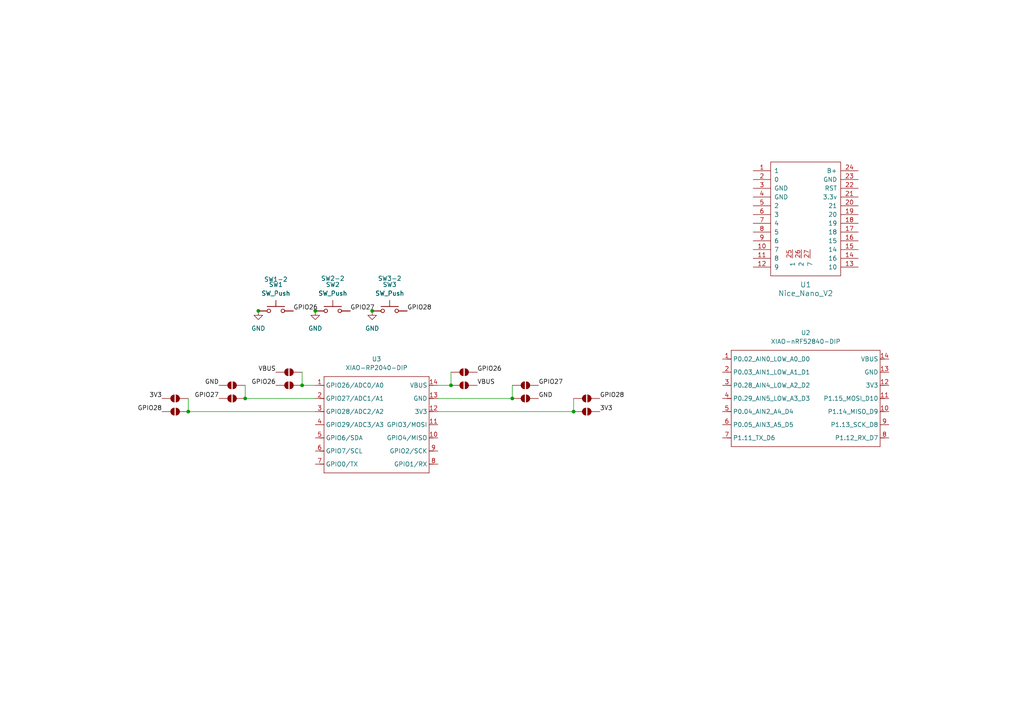
<source format=kicad_sch>
(kicad_sch (version 20250114) (generator "eeschema") (generator_version "9.0")
  (paper "A4")
  (lib_symbols
    (symbol "Jumper:SolderJumper_2_Open" (pin_numbers (hide yes)) (pin_names (offset 0) (hide yes)) (in_bom no)
      (property "Reference" "JP" (at 0 2.032 0))
      (property "Value" "SolderJumper_2_Open" (at 0 -2.54 0))
      (symbol "SolderJumper_2_Open_0_1"
        (polyline (pts (xy -0.254 1.016) (xy -0.254 -1.016)))
        (arc (start -0.254 -1.016) (mid -1.2656 0) (end -0.254 1.016))
        (arc (start -0.254 -1.016) (mid -1.2656 0) (end -0.254 1.016) (fill (type outline)))
        (arc (start 0.254 1.016) (mid 1.2656 0) (end 0.254 -1.016))
        (arc (start 0.254 1.016) (mid 1.2656 0) (end 0.254 -1.016) (fill (type outline)))
        (polyline (pts (xy 0.254 1.016) (xy 0.254 -1.016)))
      )
      (symbol "SolderJumper_2_Open_1_1"
        (pin passive line (at -3.81 0 0) (length 2.54) (name "A") (number "1"))
        (pin passive line (at 3.81 0 180) (length 2.54) (name "B") (number "2"))
      )
    )
    (symbol "ScottoKeebs:MCU_Nice_Nano_V2" (pin_names (offset 1.016))
      (property "Reference" "U" (at 0 0 0))
      (property "Value" "Nice_Nano_V2" (at 0 -19.05 0))
      (symbol "MCU_Nice_Nano_V2_0_1"
        (rectangle (start -10.16 16.51) (end 10.16 -16.51))
      )
      (symbol "MCU_Nice_Nano_V2_1_1"
        (pin input line (at -15.24 13.97 0) (length 5.08) (name "1") (number "1"))
        (pin input line (at -15.24 11.43 0) (length 5.08) (name "0") (number "2"))
        (pin input line (at -15.24 8.89 0) (length 5.08) (name "GND") (number "3"))
        (pin input line (at -15.24 6.35 0) (length 5.08) (name "GND") (number "4"))
        (pin input line (at -15.24 3.81 0) (length 5.08) (name "2") (number "5"))
        (pin input line (at -15.24 1.27 0) (length 5.08) (name "3") (number "6"))
        (pin input line (at -15.24 -1.27 0) (length 5.08) (name "4") (number "7"))
        (pin input line (at -15.24 -3.81 0) (length 5.08) (name "5") (number "8"))
        (pin input line (at -15.24 -6.35 0) (length 5.08) (name "6") (number "9"))
        (pin input line (at -15.24 -8.89 0) (length 5.08) (name "7") (number "10"))
        (pin input line (at -15.24 -11.43 0) (length 5.08) (name "8") (number "11"))
        (pin input line (at -15.24 -13.97 0) (length 5.08) (name "9") (number "12"))
        (pin input line (at -3.81 -8.89 270) (length 2.5) (name "1") (number "25"))
        (pin input line (at -1.27 -8.89 270) (length 2.5) (name "2") (number "26"))
        (pin input line (at 1.27 -8.89 270) (length 2.5) (name "7") (number "27"))
        (pin input line (at 15.24 13.97 180) (length 5.08) (name "B+") (number "24"))
        (pin input line (at 15.24 11.43 180) (length 5.08) (name "GND") (number "23"))
        (pin input line (at 15.24 8.89 180) (length 5.08) (name "RST") (number "22"))
        (pin input line (at 15.24 6.35 180) (length 5.08) (name "3.3v") (number "21"))
        (pin input line (at 15.24 3.81 180) (length 5.08) (name "21") (number "20"))
        (pin input line (at 15.24 1.27 180) (length 5.08) (name "20") (number "19"))
        (pin input line (at 15.24 -1.27 180) (length 5.08) (name "19") (number "18"))
        (pin input line (at 15.24 -3.81 180) (length 5.08) (name "18") (number "17"))
        (pin input line (at 15.24 -6.35 180) (length 5.08) (name "15") (number "16"))
        (pin input line (at 15.24 -8.89 180) (length 5.08) (name "14") (number "15"))
        (pin input line (at 15.24 -11.43 180) (length 5.08) (name "16") (number "14"))
        (pin input line (at 15.24 -13.97 180) (length 5.08) (name "10") (number "13"))
      )
    )
    (symbol "Seeed_Studio_XIAO_Series:XIAO-RP2040-DIP"
      (property "Reference" "U" (at 0 0 0))
      (property "Value" "XIAO-RP2040-DIP" (at 5.334 -1.778 0))
      (symbol "XIAO-RP2040-DIP_1_0"
        (polyline (pts (xy -1.27 -2.54) (xy 29.21 -2.54)) (stroke (width 0.1524)))
        (polyline (pts (xy -1.27 -5.08) (xy -2.54 -5.08)) (stroke (width 0.1524)))
        (polyline (pts (xy -1.27 -5.08) (xy -1.27 -2.54)) (stroke (width 0.1524)))
        (polyline (pts (xy -1.27 -8.89) (xy -2.54 -8.89)) (stroke (width 0.1524)))
        (polyline (pts (xy -1.27 -8.89) (xy -1.27 -5.08)) (stroke (width 0.1524)))
        (polyline (pts (xy -1.27 -12.7) (xy -2.54 -12.7)) (stroke (width 0.1524)))
        (polyline (pts (xy -1.27 -12.7) (xy -1.27 -8.89)) (stroke (width 0.1524)))
        (polyline (pts (xy -1.27 -16.51) (xy -2.54 -16.51)) (stroke (width 0.1524)))
        (polyline (pts (xy -1.27 -16.51) (xy -1.27 -12.7)) (stroke (width 0.1524)))
        (polyline (pts (xy -1.27 -20.32) (xy -2.54 -20.32)) (stroke (width 0.1524)))
        (polyline (pts (xy -1.27 -24.13) (xy -2.54 -24.13)) (stroke (width 0.1524)))
        (polyline (pts (xy -1.27 -27.94) (xy -2.54 -27.94)) (stroke (width 0.1524)))
        (polyline (pts (xy -1.27 -30.48) (xy -1.27 -16.51)) (stroke (width 0.1524)))
        (polyline (pts (xy 29.21 -2.54) (xy 29.21 -5.08)) (stroke (width 0.1524)))
        (polyline (pts (xy 29.21 -5.08) (xy 29.21 -8.89)) (stroke (width 0.1524)))
        (polyline (pts (xy 29.21 -8.89) (xy 29.21 -12.7)) (stroke (width 0.1524)))
        (polyline (pts (xy 29.21 -12.7) (xy 29.21 -30.48)) (stroke (width 0.1524)))
        (polyline (pts (xy 29.21 -30.48) (xy -1.27 -30.48)) (stroke (width 0.1524)))
        (polyline (pts (xy 30.48 -5.08) (xy 29.21 -5.08)) (stroke (width 0.1524)))
        (polyline (pts (xy 30.48 -8.89) (xy 29.21 -8.89)) (stroke (width 0.1524)))
        (polyline (pts (xy 30.48 -12.7) (xy 29.21 -12.7)) (stroke (width 0.1524)))
        (polyline (pts (xy 30.48 -16.51) (xy 29.21 -16.51)) (stroke (width 0.1524)))
        (polyline (pts (xy 30.48 -20.32) (xy 29.21 -20.32)) (stroke (width 0.1524)))
        (polyline (pts (xy 30.48 -24.13) (xy 29.21 -24.13)) (stroke (width 0.1524)))
        (polyline (pts (xy 30.48 -27.94) (xy 29.21 -27.94)) (stroke (width 0.1524)))
        (pin passive line (at -3.81 -5.08 0) (length 2.54) (name "GPIO26/ADC0/A0") (number "1"))
        (pin passive line (at -3.81 -8.89 0) (length 2.54) (name "GPIO27/ADC1/A1") (number "2"))
        (pin passive line (at -3.81 -12.7 0) (length 2.54) (name "GPIO28/ADC2/A2") (number "3"))
        (pin passive line (at -3.81 -16.51 0) (length 2.54) (name "GPIO29/ADC3/A3") (number "4"))
        (pin passive line (at -3.81 -20.32 0) (length 2.54) (name "GPIO6/SDA") (number "5"))
        (pin passive line (at -3.81 -24.13 0) (length 2.54) (name "GPIO7/SCL") (number "6"))
        (pin passive line (at -3.81 -27.94 0) (length 2.54) (name "GPIO0/TX") (number "7"))
        (pin passive line (at 31.75 -5.08 180) (length 2.54) (name "VBUS") (number "14"))
        (pin passive line (at 31.75 -8.89 180) (length 2.54) (name "GND") (number "13"))
        (pin passive line (at 31.75 -12.7 180) (length 2.54) (name "3V3") (number "12"))
        (pin passive line (at 31.75 -16.51 180) (length 2.54) (name "GPIO3/MOSI") (number "11"))
        (pin passive line (at 31.75 -20.32 180) (length 2.54) (name "GPIO4/MISO") (number "10"))
        (pin passive line (at 31.75 -24.13 180) (length 2.54) (name "GPIO2/SCK") (number "9"))
        (pin passive line (at 31.75 -27.94 180) (length 2.54) (name "GPIO1/RX") (number "8"))
      )
    )
    (symbol "Seeed_Studio_XIAO_Series:XIAO-nRF52840-DIP"
      (property "Reference" "U" (at -3.048 1.778 0))
      (property "Value" "XIAO-nRF52840-DIP" (at 3.048 -0.254 0))
      (symbol "XIAO-nRF52840-DIP_1_0"
        (polyline (pts (xy -3.81 -1.27) (xy 39.37 -1.27)) (stroke (width 0.1524)))
        (polyline (pts (xy -3.81 -3.81) (xy -5.08 -3.81)) (stroke (width 0.1524)))
        (polyline (pts (xy -3.81 -3.81) (xy -3.81 -1.27)) (stroke (width 0.1524)))
        (polyline (pts (xy -3.81 -7.62) (xy -5.08 -7.62)) (stroke (width 0.1524)))
        (polyline (pts (xy -3.81 -7.62) (xy -3.81 -3.81)) (stroke (width 0.1524)))
        (polyline (pts (xy -3.81 -11.43) (xy -5.08 -11.43)) (stroke (width 0.1524)))
        (polyline (pts (xy -3.81 -11.43) (xy -3.81 -7.62)) (stroke (width 0.1524)))
        (polyline (pts (xy -3.81 -15.24) (xy -5.08 -15.24)) (stroke (width 0.1524)))
        (polyline (pts (xy -3.81 -15.24) (xy -3.81 -11.43)) (stroke (width 0.1524)))
        (polyline (pts (xy -3.81 -19.05) (xy -5.08 -19.05)) (stroke (width 0.1524)))
        (polyline (pts (xy -3.81 -22.86) (xy -5.08 -22.86)) (stroke (width 0.1524)))
        (polyline (pts (xy -3.81 -26.67) (xy -5.08 -26.67)) (stroke (width 0.1524)))
        (polyline (pts (xy -3.81 -29.21) (xy -3.81 -15.24)) (stroke (width 0.1524)))
        (polyline (pts (xy 39.37 -1.27) (xy 39.37 -3.81)) (stroke (width 0.1524)))
        (polyline (pts (xy 39.37 -3.81) (xy 39.37 -7.62)) (stroke (width 0.1524)))
        (polyline (pts (xy 39.37 -7.62) (xy 39.37 -11.43)) (stroke (width 0.1524)))
        (polyline (pts (xy 39.37 -11.43) (xy 39.37 -29.21)) (stroke (width 0.1524)))
        (polyline (pts (xy 39.37 -29.21) (xy -3.81 -29.21)) (stroke (width 0.1524)))
        (polyline (pts (xy 40.64 -3.81) (xy 39.37 -3.81)) (stroke (width 0.1524)))
        (polyline (pts (xy 40.64 -7.62) (xy 39.37 -7.62)) (stroke (width 0.1524)))
        (polyline (pts (xy 40.64 -11.43) (xy 39.37 -11.43)) (stroke (width 0.1524)))
        (polyline (pts (xy 40.64 -15.24) (xy 39.37 -15.24)) (stroke (width 0.1524)))
        (polyline (pts (xy 40.64 -19.05) (xy 39.37 -19.05)) (stroke (width 0.1524)))
        (polyline (pts (xy 40.64 -22.86) (xy 39.37 -22.86)) (stroke (width 0.1524)))
        (polyline (pts (xy 40.64 -26.67) (xy 39.37 -26.67)) (stroke (width 0.1524)))
        (pin passive line (at -6.35 -3.81 0) (length 2.54) (name "P0.02_AIN0_LOW_A0_D0") (number "1"))
        (pin passive line (at -6.35 -7.62 0) (length 2.54) (name "P0.03_AIN1_LOW_A1_D1") (number "2"))
        (pin passive line (at -6.35 -11.43 0) (length 2.54) (name "P0.28_AIN4_LOW_A2_D2") (number "3"))
        (pin passive line (at -6.35 -15.24 0) (length 2.54) (name "P0.29_AIN5_LOW_A3_D3") (number "4"))
        (pin passive line (at -6.35 -19.05 0) (length 2.54) (name "P0.04_AIN2_A4_D4") (number "5"))
        (pin passive line (at -6.35 -22.86 0) (length 2.54) (name "P0.05_AIN3_A5_D5") (number "6"))
        (pin passive line (at -6.35 -26.67 0) (length 2.54) (name "P1.11_TX_D6") (number "7"))
        (pin passive line (at 41.91 -3.81 180) (length 2.54) (name "VBUS") (number "14"))
        (pin passive line (at 41.91 -7.62 180) (length 2.54) (name "GND") (number "13"))
        (pin passive line (at 41.91 -11.43 180) (length 2.54) (name "3V3") (number "12"))
        (pin passive line (at 41.91 -15.24 180) (length 2.54) (name "P1.15_MOSI_D10") (number "11"))
        (pin passive line (at 41.91 -19.05 180) (length 2.54) (name "P1.14_MISO_D9") (number "10"))
        (pin passive line (at 41.91 -22.86 180) (length 2.54) (name "P1.13_SCK_D8") (number "9"))
        (pin passive line (at 41.91 -26.67 180) (length 2.54) (name "P1.12_RX_D7") (number "8"))
      )
    )
    (symbol "Switch:SW_Push" (pin_numbers (hide yes)) (pin_names (offset 1.016) (hide yes))
      (property "Reference" "SW" (at 1.27 2.54 0))
      (property "Value" "SW_Push" (at 0 -1.524 0))
      (symbol "SW_Push_0_1"
        (circle (center -2.032 0) (radius 0.508))
        (polyline (pts (xy 0 1.27) (xy 0 3.048)))
        (circle (center 2.032 0) (radius 0.508))
        (polyline (pts (xy 2.54 1.27) (xy -2.54 1.27)))
        (pin passive line (at -5.08 0 0) (length 2.54) (name "1") (number "1"))
        (pin passive line (at 5.08 0 180) (length 2.54) (name "2") (number "2"))
      )
    )
    (symbol "power:GND" (power) (pin_numbers (hide yes)) (pin_names (offset 0) (hide yes))
      (property "Value" "GND" (at 0 -3.81 0))
      (symbol "GND_0_1"
        (polyline (pts (xy 0 0) (xy 0 -1.27) (xy 1.27 -1.27) (xy 0 -2.54) (xy -1.27 -1.27) (xy 0 -1.27)))
      )
      (symbol "GND_1_1"
        (pin power_in line (at 0 0 270) (length 0) (name "~") (number "1"))
      )
    )
  )
  (junction (at 91.44 90.17))
  (junction (at 54.61 119.38))
  (junction (at 130.81 111.76))
  (junction (at 107.95 90.17))
  (junction (at 74.93 90.17))
  (junction (at 148.59 115.57))
  (junction (at 87.63 111.76))
  (junction (at 71.12 115.57))
  (junction (at 166.37 119.38))
  (wire (pts (xy 127 119.38) (xy 166.37 119.38)))
  (wire (pts (xy 71.12 111.76) (xy 71.12 115.57)))
  (wire (pts (xy 127 115.57) (xy 148.59 115.57)))
  (wire (pts (xy 130.81 107.95) (xy 130.81 111.76)))
  (wire (pts (xy 130.81 111.76) (xy 127 111.76)))
  (wire (pts (xy 148.59 111.76) (xy 148.59 115.57)))
  (wire (pts (xy 166.37 115.57) (xy 166.37 119.38)))
  (wire (pts (xy 87.63 107.95) (xy 87.63 111.76)))
  (wire (pts (xy 54.61 115.57) (xy 54.61 119.38)))
  (wire (pts (xy 87.63 111.76) (xy 91.44 111.76)))
  (wire (pts (xy 71.12 115.57) (xy 91.44 115.57)))
  (wire (pts (xy 54.61 119.38) (xy 91.44 119.38)))
  (label "GPIO28" (at 118.11 90.17 0))
  (label "GPIO27" (at 63.5 115.57 180))
  (label "GPIO28" (at 46.99 119.38 180))
  (label "GND" (at 156.21 115.57 0))
  (label "VBUS" (at 80.01 107.95 180))
  (label "GND" (at 63.5 111.76 180))
  (label "3V3" (at 173.99 119.38 0))
  (label "GPIO27" (at 156.21 111.76 0))
  (label "GPIO26" (at 85.09 90.17 0))
  (label "VBUS" (at 138.43 111.76 0))
  (label "GPIO26" (at 80.01 111.76 180))
  (label "3V3" (at 46.99 115.57 180))
  (label "GPIO27" (at 101.6 90.17 0))
  (label "GPIO26" (at 138.43 107.95 0))
  (label "GPIO28" (at 173.99 115.57 0))
  (symbol (lib_id "Switch:SW_Push") (at 96.52 90.17 0) (unit 1)
    (property "Reference" "SW2-2" (at 96.52 80.772 0))
    (property "Value" "SW_Push" (at 96.52 85.09 0))
    (property "Footprint" "MX_Hotswap:MX-Hotswap-1U" (effects (hide yes)))
    (property "Description" "Push button switch, generic, two pins" (effects (hide yes)))
  )
  (symbol (lib_id "Jumper:SolderJumper_2_Open") (at 134.62 107.95 180) (unit 1) (in_bom no)
    (property "Reference" "JP3" (effects (hide yes)))
    (property "Value" "SolderJumper_2_Open" (effects (hide yes)))
    (property "Footprint" "Jumper:SolderJumper-2_P1.3mm_Open_TrianglePad1.0x1.5mm" (effects (hide yes)))
    (property "Description" "Solder Jumper, 2-pole, open" (effects (hide yes)))
  )
  (symbol (lib_id "Jumper:SolderJumper_2_Open") (at 170.18 115.57 180) (unit 1) (in_bom no)
    (property "Reference" "JP11" (effects (hide yes)))
    (property "Value" "SolderJumper_2_Open" (effects (hide yes)))
    (property "Footprint" "Jumper:SolderJumper-2_P1.3mm_Open_TrianglePad1.0x1.5mm" (effects (hide yes)))
    (property "Description" "Solder Jumper, 2-pole, open" (effects (hide yes)))
  )
  (symbol (lib_id "Switch:SW_Push") (at 113.03 90.17 0) (unit 1)
    (property "Reference" "SW3" (at 113.03 82.55 0))
    (property "Value" "SW_Push" (at 113.03 85.09 0))
    (property "Footprint" "MX_Hotswap:MX-Hotswap-1U" (effects (hide yes)))
    (property "Description" "Push button switch, generic, two pins" (effects (hide yes)))
  )
  (symbol (lib_id "Jumper:SolderJumper_2_Open") (at 152.4 111.76 180) (unit 1) (in_bom no)
    (property "Reference" "JP7" (effects (hide yes)))
    (property "Value" "SolderJumper_2_Open" (effects (hide yes)))
    (property "Footprint" "Jumper:SolderJumper-2_P1.3mm_Open_TrianglePad1.0x1.5mm" (effects (hide yes)))
    (property "Description" "Solder Jumper, 2-pole, open" (effects (hide yes)))
  )
  (symbol (lib_id "Switch:SW_Push") (at 113.03 90.17 0) (unit 1)
    (property "Reference" "SW3-2" (at 113.03 80.772 0))
    (property "Value" "SW_Push" (at 113.03 85.09 0))
    (property "Footprint" "MX_Hotswap:MX-Hotswap-1U" (effects (hide yes)))
    (property "Description" "Push button switch, generic, two pins" (effects (hide yes)))
  )
  (symbol (lib_id "Jumper:SolderJumper_2_Open") (at 170.18 119.38 180) (unit 1) (in_bom no)
    (property "Reference" "JP12" (effects (hide yes)))
    (property "Value" "SolderJumper_2_Open" (effects (hide yes)))
    (property "Footprint" "Jumper:SolderJumper-2_P1.3mm_Open_TrianglePad1.0x1.5mm" (effects (hide yes)))
    (property "Description" "Solder Jumper, 2-pole, open" (effects (hide yes)))
  )
  (symbol (lib_id "Switch:SW_Push") (at 80.01 90.17 0) (unit 1)
    (property "Reference" "SW1-2" (at 80.01 81.026 0))
    (property "Value" "SW_Push" (at 80.01 85.09 0))
    (property "Footprint" "MX_Hotswap:MX-Hotswap-1U" (effects (hide yes)))
    (property "Description" "Push button switch, generic, two pins" (effects (hide yes)))
  )
  (symbol (lib_id "Jumper:SolderJumper_2_Open") (at 83.82 107.95 0) (unit 1) (in_bom no)
    (property "Reference" "JP1" (effects (hide yes)))
    (property "Value" "SolderJumper_2_Open" (effects (hide yes)))
    (property "Footprint" "Jumper:SolderJumper-2_P1.3mm_Open_TrianglePad1.0x1.5mm" (effects (hide yes)))
    (property "Description" "Solder Jumper, 2-pole, open" (effects (hide yes)))
  )
  (symbol (lib_id "Jumper:SolderJumper_2_Open") (at 67.31 115.57 0) (unit 1) (in_bom no)
    (property "Reference" "JP6" (effects (hide yes)))
    (property "Value" "SolderJumper_2_Open" (effects (hide yes)))
    (property "Footprint" "Jumper:SolderJumper-2_P1.3mm_Open_TrianglePad1.0x1.5mm" (effects (hide yes)))
    (property "Description" "Solder Jumper, 2-pole, open" (effects (hide yes)))
  )
  (symbol (lib_id "Jumper:SolderJumper_2_Open") (at 134.62 111.76 180) (unit 1) (in_bom no)
    (property "Reference" "JP4" (effects (hide yes)))
    (property "Value" "SolderJumper_2_Open" (effects (hide yes)))
    (property "Footprint" "Jumper:SolderJumper-2_P1.3mm_Open_TrianglePad1.0x1.5mm" (effects (hide yes)))
    (property "Description" "Solder Jumper, 2-pole, open" (effects (hide yes)))
  )
  (symbol (lib_id "Jumper:SolderJumper_2_Open") (at 152.4 115.57 180) (unit 1) (in_bom no)
    (property "Reference" "JP8" (effects (hide yes)))
    (property "Value" "SolderJumper_2_Open" (effects (hide yes)))
    (property "Footprint" "Jumper:SolderJumper-2_P1.3mm_Open_TrianglePad1.0x1.5mm" (effects (hide yes)))
    (property "Description" "Solder Jumper, 2-pole, open" (effects (hide yes)))
  )
  (symbol (lib_id "Switch:SW_Push") (at 80.01 90.17 0) (unit 1)
    (property "Reference" "SW1" (at 80.01 82.55 0))
    (property "Value" "SW_Push" (at 80.01 85.09 0))
    (property "Footprint" "MX_Hotswap:MX-Hotswap-1U" (effects (hide yes)))
    (property "Description" "Push button switch, generic, two pins" (effects (hide yes)))
  )
  (symbol (lib_id "Jumper:SolderJumper_2_Open") (at 83.82 111.76 0) (unit 1) (in_bom no)
    (property "Reference" "JP2" (effects (hide yes)))
    (property "Value" "SolderJumper_2_Open" (effects (hide yes)))
    (property "Footprint" "Jumper:SolderJumper-2_P1.3mm_Open_TrianglePad1.0x1.5mm" (effects (hide yes)))
    (property "Description" "Solder Jumper, 2-pole, open" (effects (hide yes)))
  )
  (symbol (lib_id "Jumper:SolderJumper_2_Open") (at 67.31 111.76 0) (unit 1) (in_bom no)
    (property "Reference" "JP5" (effects (hide yes)))
    (property "Value" "SolderJumper_2_Open" (effects (hide yes)))
    (property "Footprint" "Jumper:SolderJumper-2_P1.3mm_Open_TrianglePad1.0x1.5mm" (effects (hide yes)))
    (property "Description" "Solder Jumper, 2-pole, open" (effects (hide yes)))
  )
  (symbol (lib_id "ScottoKeebs:MCU_Nice_Nano_V2") (at 233.68 63.5 0) (unit 1)
    (property "Reference" "U1" (at 233.68 82.55 0) (effects (font (size 1.524 1.524))))
    (property "Value" "Nice_Nano_V2" (at 233.68 85.09 0) (effects (font (size 1.524 1.524))))
    (property "Footprint" "ScottoKeebs_MCU:Nice_Nano_V2" (effects (hide yes)))
  )
  (symbol (lib_id "power:GND") (at 91.44 90.17 0) (unit 1)
    (property "Reference" "#PWR017" (effects (hide yes)))
    (property "Value" "GND" (at 91.44 95.25 0))
    (property "Description" "Power symbol creates a global label with name \"GND\" , ground" (effects (hide yes)))
  )
  (symbol (lib_id "Seeed_Studio_XIAO_Series:XIAO-RP2040-DIP") (at 95.25 106.68 0) (unit 1)
    (property "Reference" "U3" (at 109.22 104.14 0))
    (property "Value" "XIAO-RP2040-DIP" (at 109.22 106.68 0))
    (property "Footprint" "Seeed Studio XIAO Series Library:XIAO-RP2040-DIP" (effects (hide yes)))
  )
  (symbol (lib_id "Switch:SW_Push") (at 96.52 90.17 0) (unit 1)
    (property "Reference" "SW2" (at 96.52 82.55 0))
    (property "Value" "SW_Push" (at 96.52 85.09 0))
    (property "Footprint" "MX_Hotswap:MX-Hotswap-1U" (effects (hide yes)))
    (property "Description" "Push button switch, generic, two pins" (effects (hide yes)))
  )
  (symbol (lib_id "power:GND") (at 107.95 90.17 0) (unit 1)
    (property "Reference" "#PWR021" (effects (hide yes)))
    (property "Value" "GND" (at 107.95 95.25 0))
    (property "Description" "Power symbol creates a global label with name \"GND\" , ground" (effects (hide yes)))
  )
  (symbol (lib_id "power:GND") (at 74.93 90.17 0) (unit 1)
    (property "Reference" "#PWR016" (effects (hide yes)))
    (property "Value" "GND" (at 74.93 95.25 0))
    (property "Description" "Power symbol creates a global label with name \"GND\" , ground" (effects (hide yes)))
  )
  (symbol (lib_id "Jumper:SolderJumper_2_Open") (at 50.8 119.38 0) (unit 1) (in_bom no)
    (property "Reference" "JP10" (effects (hide yes)))
    (property "Value" "SolderJumper_2_Open" (effects (hide yes)))
    (property "Footprint" "Jumper:SolderJumper-2_P1.3mm_Open_TrianglePad1.0x1.5mm" (effects (hide yes)))
    (property "Description" "Solder Jumper, 2-pole, open" (effects (hide yes)))
  )
  (symbol (lib_id "Jumper:SolderJumper_2_Open") (at 50.8 115.57 0) (unit 1) (in_bom no)
    (property "Reference" "JP9" (effects (hide yes)))
    (property "Value" "SolderJumper_2_Open" (effects (hide yes)))
    (property "Footprint" "Jumper:SolderJumper-2_P1.3mm_Open_TrianglePad1.0x1.5mm" (effects (hide yes)))
    (property "Description" "Solder Jumper, 2-pole, open" (effects (hide yes)))
  )
  (symbol (lib_id "Seeed_Studio_XIAO_Series:XIAO-nRF52840-DIP") (at 215.9 100.33 0) (unit 1)
    (property "Reference" "U2" (at 233.68 96.52 0))
    (property "Value" "XIAO-nRF52840-DIP" (at 233.68 99.06 0))
    (property "Footprint" "Module:MOUDLE14P-XIAO-DIP-SMD" (effects (hide yes)))
  )
)
</source>
